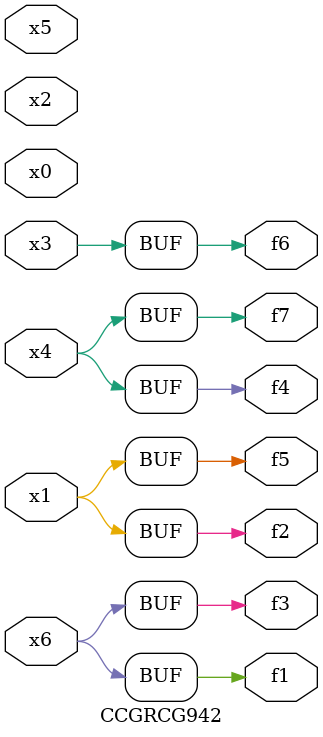
<source format=v>
module CCGRCG942(
	input x0, x1, x2, x3, x4, x5, x6,
	output f1, f2, f3, f4, f5, f6, f7
);
	assign f1 = x6;
	assign f2 = x1;
	assign f3 = x6;
	assign f4 = x4;
	assign f5 = x1;
	assign f6 = x3;
	assign f7 = x4;
endmodule

</source>
